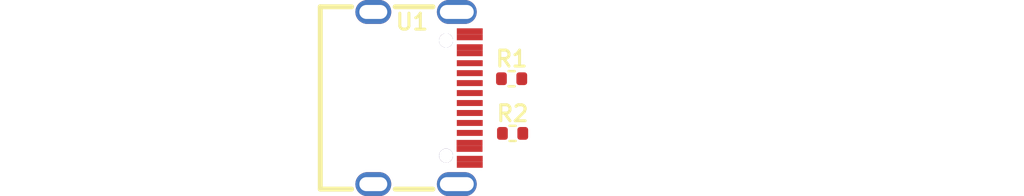
<source format=kicad_pcb>
(kicad_pcb (version 20240108) (generator "pcbnew") (generator_version "8.0")
  (layers (0 "F.Cu" signal) (31 "B.Cu" signal) (34 "B.Paste" user) (35 "F.Paste" user) (36 "B.SilkS" user "B.Silkscreen") (37 "F.SilkS" user "F.Silkscreen") (38 "B.Mask" user) (39 "F.Mask" user) (44 "Edge.Cuts" user))
  (net 0 "")
  (net 1 "sub2")
  (net 2 "cc1")
  (net 3 "vcc")
  (net 4 "gnd")
  (net 5 "dm")
  (net 6 "dp")
  (net 7 "cc2")
  (net 8 "sub1")
  (footprint "" (layer "F.Cu") (at 174.71 123.46)
    (property "Reference" "" (at 0 0 0) (layer "F.SilkS") (effects (font (size 1.27 1.27))))
    (property "Value" "")
    (pad "" thru_hole circle (at 0 0 270) (size 0.7 0.7) (drill 0.7) (layers "*.Cu" "*.Mask"))
  )
  (footprint "lib:USB-C-SMD_KH-TYPE-C-16P" (layer "F.Cu") (at 173.48 120.57 -90)
    (property "Reference" "U1" (at -3.82 0.48 0) (layer "F.SilkS") (effects (font (size 0.8 0.8))))
    (property "Value" "")
    (fp_line (start -4.58 5.08) (end 4.57 5.08) (stroke (width 0.25)) (layer "F.SilkS"))
    (fp_line (start 4.57 5.08) (end 4.57 3.51) (stroke (width 0.25)) (layer "F.SilkS"))
    (fp_line (start -4.58 3.51) (end -4.58 5.08) (stroke (width 0.25)) (layer "F.SilkS"))
    (fp_line (start 4.57 1.32) (end 4.57 -0.57) (stroke (width 0.25)) (layer "F.SilkS"))
    (fp_line (start -4.58 -0.57) (end -4.58 1.32) (stroke (width 0.25)) (layer "F.SilkS"))
    (pad "" thru_hole circle (at -2.89 -1.23 270) (size 0.7 0.7) (drill 0.7) (layers "*.Cu" "*.Mask"))
    (pad "" thru_hole circle (at -2.89 -1.23 270) (size 0.7 0.7) (drill 0.7) (layers "*.Cu" "*.Mask"))
    (pad "1" thru_hole oval (at -4.32 -1.77 270) (size 1.2 2) (drill oval 0.700024 1.699997) (layers "*.Cu" "*.Mask") (net 4 "gnd"))
    (pad "2" thru_hole oval (at 4.32 -1.77 270) (size 1.2 2) (drill oval 0.700024 1.699997) (layers "*.Cu" "*.Mask") (net 4 "gnd"))
    (pad "3" thru_hole oval (at -4.32 2.42 270) (size 1.2 1.8) (drill oval 0.700024 1.399997) (layers "*.Cu" "*.Mask") (net 4 "gnd"))
    (pad "4" thru_hole oval (at 4.32 2.42 270) (size 1.2 1.8) (drill oval 0.700024 1.399997) (layers "*.Cu" "*.Mask") (net 4 "gnd"))
    (pad "A1" smd rect (at -3.35 -2.42 270) (size 0.3 1.3) (layers "F.Cu" "F.Paste" "F.Mask") (net 4 "gnd"))
    (pad "A4" smd rect (at -2.55 -2.42 270) (size 0.3 1.3) (layers "F.Cu" "F.Paste" "F.Mask") (net 3 "vcc"))
    (pad "A5" smd rect (at -1.25 -2.42 270) (size 0.3 1.3) (layers "F.Cu" "F.Paste" "F.Mask") (net 2 "cc1"))
    (pad "A6" smd rect (at -0.25 -2.42 270) (size 0.3 1.3) (layers "F.Cu" "F.Paste" "F.Mask") (net 6 "dp"))
    (pad "A7" smd rect (at 0.25 -2.42 270) (size 0.3 1.3) (layers "F.Cu" "F.Paste" "F.Mask") (net 5 "dm"))
    (pad "A8" smd rect (at 1.25 -2.42 270) (size 0.3 1.3) (layers "F.Cu" "F.Paste" "F.Mask") (net 8 "sub1"))
    (pad "A9" smd rect (at 2.55 -2.41 270) (size 0.3 1.3) (layers "F.Cu" "F.Paste" "F.Mask") (net 3 "vcc"))
    (pad "A12" smd rect (at 3.35 -2.42 270) (size 0.3 1.3) (layers "F.Cu" "F.Paste" "F.Mask") (net 4 "gnd"))
    (pad "B1" smd rect (at 3.05 -2.42 270) (size 0.3 1.3) (layers "F.Cu" "F.Paste" "F.Mask") (net 4 "gnd"))
    (pad "B4" smd rect (at 2.25 -2.41 270) (size 0.3 1.3) (layers "F.Cu" "F.Paste" "F.Mask") (net 3 "vcc"))
    (pad "B5" smd rect (at 1.75 -2.42 270) (size 0.3 1.3) (layers "F.Cu" "F.Paste" "F.Mask") (net 7 "cc2"))
    (pad "B6" smd rect (at 0.75 -2.42 270) (size 0.3 1.3) (layers "F.Cu" "F.Paste" "F.Mask") (net 6 "dp"))
    (pad "B7" smd rect (at -0.75 -2.42 270) (size 0.3 1.3) (layers "F.Cu" "F.Paste" "F.Mask") (net 5 "dm"))
    (pad "B8" smd rect (at -1.75 -2.42 270) (size 0.3 1.3) (layers "F.Cu" "F.Paste" "F.Mask") (net 1 "sub2"))
    (pad "B9" smd rect (at -2.25 -2.42 270) (size 0.3 1.3) (layers "F.Cu" "F.Paste" "F.Mask") (net 3 "vcc"))
    (pad "B12" smd rect (at -3.05 -2.42 270) (size 0.3 1.3) (layers "F.Cu" "F.Paste" "F.Mask") (net 4 "gnd"))
  )
  (footprint "lib:R0402" (layer "F.Cu") (at 178 119.6)
    (property "Reference" "R1" (at 0 -0.997949 0) (layer "F.SilkS") (effects (font (size 0.8 0.8))))
    (property "Value" "Chip Resistor - Surface Mount 4.7KOhms ±5% 1/16W 0402 RoHS")
    (fp_line (start -0.153641 -0.38) (end 0.153641 -0.38) (stroke (width 0.12)) (layer "F.SilkS"))
    (fp_line (start -0.153641 0.38) (end 0.153641 0.38) (stroke (width 0.12)) (layer "F.SilkS"))
    (pad "1" smd roundrect (at -0.51 0) (size 0.54 0.64) (layers "F.Cu" "F.Paste" "F.Mask") (net 2 "cc1"))
    (pad "2" smd roundrect (at 0.51 0) (size 0.54 0.64) (layers "F.Cu" "F.Paste" "F.Mask") (net 4 "gnd"))
  )
  (footprint "lib:R0402" (layer "F.Cu") (at 178.04957 122.343595)
    (property "Reference" "R2" (at 0 -0.998595 0) (layer "F.SilkS") (effects (font (size 0.8 0.8))))
    (property "Value" "Chip Resistor - Surface Mount 4.7KOhms ±5% 1/16W 0402 RoHS")
    (fp_line (start -0.153641 -0.38) (end 0.153641 -0.38) (stroke (width 0.12)) (layer "F.SilkS"))
    (fp_line (start -0.153641 0.38) (end 0.153641 0.38) (stroke (width 0.12)) (layer "F.SilkS"))
    (pad "1" smd roundrect (at -0.51 0) (size 0.54 0.64) (layers "F.Cu" "F.Paste" "F.Mask") (net 7 "cc2"))
    (pad "2" smd roundrect (at 0.51 0) (size 0.54 0.64) (layers "F.Cu" "F.Paste" "F.Mask") (net 4 "gnd"))
  )
)
</source>
